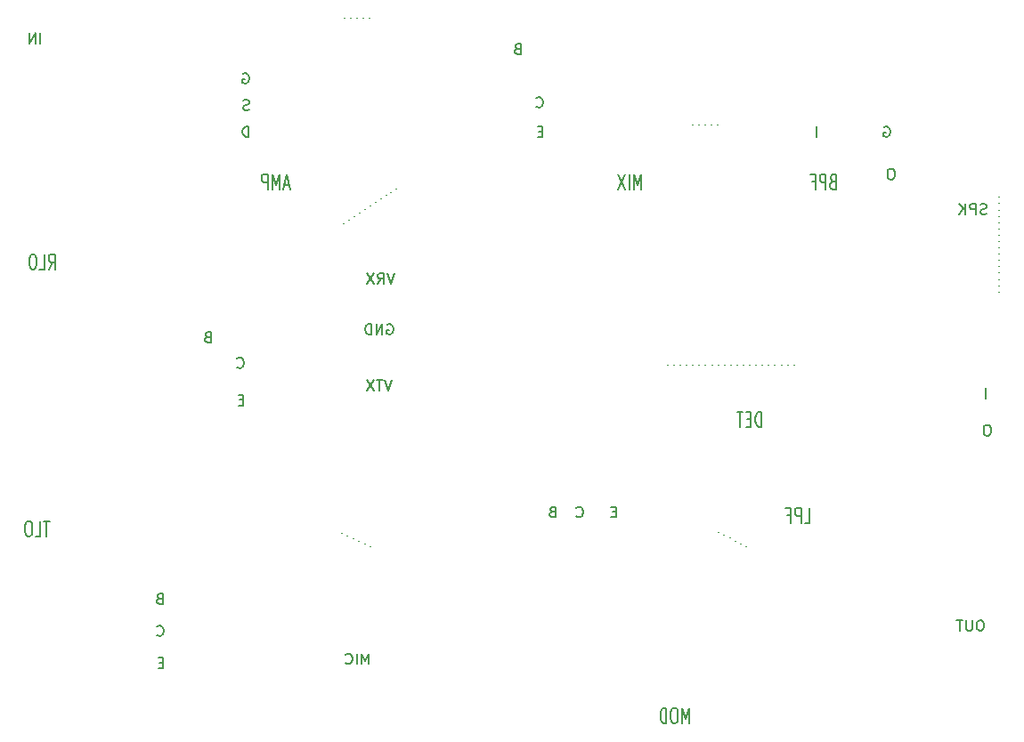
<source format=gbr>
%TF.GenerationSoftware,KiCad,Pcbnew,7.0.2-0*%
%TF.CreationDate,2024-07-29T15:30:35+09:00*%
%TF.ProjectId,am-pcb4,616d2d70-6362-4342-9e6b-696361645f70,rev?*%
%TF.SameCoordinates,Original*%
%TF.FileFunction,Legend,Bot*%
%TF.FilePolarity,Positive*%
%FSLAX46Y46*%
G04 Gerber Fmt 4.6, Leading zero omitted, Abs format (unit mm)*
G04 Created by KiCad (PCBNEW 7.0.2-0) date 2024-07-29 15:30:35*
%MOMM*%
%LPD*%
G01*
G04 APERTURE LIST*
%ADD10C,0.150000*%
G04 APERTURE END LIST*
D10*
X271780000Y-72898000D02*
X271780000Y-72898000D01*
X271780000Y-73498000D02*
X271780000Y-73498000D01*
X271780000Y-74098000D02*
X271780000Y-74098000D01*
X271780000Y-74698000D02*
X271780000Y-74698000D01*
X271780000Y-75298000D02*
X271780000Y-75298000D01*
X271780000Y-75898000D02*
X271780000Y-75898000D01*
X271780000Y-76498000D02*
X271780000Y-76498000D01*
X271780000Y-77098000D02*
X271780000Y-77098000D01*
X271780000Y-77698000D02*
X271780000Y-77698000D01*
X271780000Y-78298000D02*
X271780000Y-78298000D01*
X271780000Y-78898000D02*
X271780000Y-78898000D01*
X271780000Y-79498000D02*
X271780000Y-79498000D01*
X271780000Y-80098000D02*
X271780000Y-80098000D01*
X271780000Y-80698000D02*
X271780000Y-80698000D01*
X271780000Y-81298000D02*
X271780000Y-81298000D01*
X271780000Y-81898000D02*
X271780000Y-81898000D01*
X245110000Y-104775000D02*
X245110000Y-104775000D01*
X245641499Y-105053404D02*
X245641499Y-105053404D01*
X246172998Y-105331808D02*
X246172998Y-105331808D01*
X246704497Y-105610213D02*
X246704497Y-105610213D01*
X247235996Y-105888617D02*
X247235996Y-105888617D01*
X247767495Y-106167021D02*
X247767495Y-106167021D01*
X209486500Y-75374500D02*
X209486500Y-75374500D01*
X209987603Y-75044506D02*
X209987603Y-75044506D01*
X210488705Y-74714511D02*
X210488705Y-74714511D01*
X210989808Y-74384517D02*
X210989808Y-74384517D01*
X211490910Y-74054523D02*
X211490910Y-74054523D01*
X211992013Y-73724528D02*
X211992013Y-73724528D01*
X212493115Y-73394534D02*
X212493115Y-73394534D01*
X212994218Y-73064540D02*
X212994218Y-73064540D01*
X213495320Y-72734545D02*
X213495320Y-72734545D01*
X213996423Y-72404551D02*
X213996423Y-72404551D01*
X214497525Y-72074557D02*
X214497525Y-72074557D01*
X209296000Y-104902000D02*
X209296000Y-104902000D01*
X209842220Y-105150282D02*
X209842220Y-105150282D01*
X210388440Y-105398564D02*
X210388440Y-105398564D01*
X210934660Y-105646845D02*
X210934660Y-105646845D01*
X211480880Y-105895127D02*
X211480880Y-105895127D01*
X212027099Y-106143409D02*
X212027099Y-106143409D01*
X209550000Y-55880000D02*
X209550000Y-55880000D01*
X210150000Y-55880000D02*
X210150000Y-55880000D01*
X210750000Y-55880000D02*
X210750000Y-55880000D01*
X211350000Y-55880000D02*
X211350000Y-55880000D01*
X211950000Y-55880000D02*
X211950000Y-55880000D01*
X242633500Y-66040000D02*
X242633500Y-66040000D01*
X243233500Y-66040000D02*
X243233500Y-66040000D01*
X243833500Y-66040000D02*
X243833500Y-66040000D01*
X244433500Y-66040000D02*
X244433500Y-66040000D01*
X245033500Y-66040000D02*
X245033500Y-66040000D01*
X240284000Y-88900000D02*
X240284000Y-88900000D01*
X240884000Y-88900000D02*
X240884000Y-88900000D01*
X241484000Y-88900000D02*
X241484000Y-88900000D01*
X242084000Y-88900000D02*
X242084000Y-88900000D01*
X242684000Y-88900000D02*
X242684000Y-88900000D01*
X243284000Y-88900000D02*
X243284000Y-88900000D01*
X243884000Y-88900000D02*
X243884000Y-88900000D01*
X244484000Y-88900000D02*
X244484000Y-88900000D01*
X245084000Y-88900000D02*
X245084000Y-88900000D01*
X245684000Y-88900000D02*
X245684000Y-88900000D01*
X246284000Y-88900000D02*
X246284000Y-88900000D01*
X246884000Y-88900000D02*
X246884000Y-88900000D01*
X247484000Y-88900000D02*
X247484000Y-88900000D01*
X248084000Y-88900000D02*
X248084000Y-88900000D01*
X248684000Y-88900000D02*
X248684000Y-88900000D01*
X249284000Y-88900000D02*
X249284000Y-88900000D01*
X249884000Y-88900000D02*
X249884000Y-88900000D01*
X250484000Y-88900000D02*
X250484000Y-88900000D01*
X251084000Y-88900000D02*
X251084000Y-88900000D01*
X251684000Y-88900000D02*
X251684000Y-88900000D01*
X252284000Y-88900000D02*
X252284000Y-88900000D01*
X213614095Y-85031238D02*
X213709333Y-84983619D01*
X213709333Y-84983619D02*
X213852190Y-84983619D01*
X213852190Y-84983619D02*
X213995047Y-85031238D01*
X213995047Y-85031238D02*
X214090285Y-85126476D01*
X214090285Y-85126476D02*
X214137904Y-85221714D01*
X214137904Y-85221714D02*
X214185523Y-85412190D01*
X214185523Y-85412190D02*
X214185523Y-85555047D01*
X214185523Y-85555047D02*
X214137904Y-85745523D01*
X214137904Y-85745523D02*
X214090285Y-85840761D01*
X214090285Y-85840761D02*
X213995047Y-85936000D01*
X213995047Y-85936000D02*
X213852190Y-85983619D01*
X213852190Y-85983619D02*
X213756952Y-85983619D01*
X213756952Y-85983619D02*
X213614095Y-85936000D01*
X213614095Y-85936000D02*
X213566476Y-85888380D01*
X213566476Y-85888380D02*
X213566476Y-85555047D01*
X213566476Y-85555047D02*
X213756952Y-85555047D01*
X213137904Y-85983619D02*
X213137904Y-84983619D01*
X213137904Y-84983619D02*
X212566476Y-85983619D01*
X212566476Y-85983619D02*
X212566476Y-84983619D01*
X212090285Y-85983619D02*
X212090285Y-84983619D01*
X212090285Y-84983619D02*
X211852190Y-84983619D01*
X211852190Y-84983619D02*
X211709333Y-85031238D01*
X211709333Y-85031238D02*
X211614095Y-85126476D01*
X211614095Y-85126476D02*
X211566476Y-85221714D01*
X211566476Y-85221714D02*
X211518857Y-85412190D01*
X211518857Y-85412190D02*
X211518857Y-85555047D01*
X211518857Y-85555047D02*
X211566476Y-85745523D01*
X211566476Y-85745523D02*
X211614095Y-85840761D01*
X211614095Y-85840761D02*
X211709333Y-85936000D01*
X211709333Y-85936000D02*
X211852190Y-85983619D01*
X211852190Y-85983619D02*
X212090285Y-85983619D01*
X200421904Y-67187619D02*
X200421904Y-66187619D01*
X200421904Y-66187619D02*
X200183809Y-66187619D01*
X200183809Y-66187619D02*
X200040952Y-66235238D01*
X200040952Y-66235238D02*
X199945714Y-66330476D01*
X199945714Y-66330476D02*
X199898095Y-66425714D01*
X199898095Y-66425714D02*
X199850476Y-66616190D01*
X199850476Y-66616190D02*
X199850476Y-66759047D01*
X199850476Y-66759047D02*
X199898095Y-66949523D01*
X199898095Y-66949523D02*
X199945714Y-67044761D01*
X199945714Y-67044761D02*
X200040952Y-67140000D01*
X200040952Y-67140000D02*
X200183809Y-67187619D01*
X200183809Y-67187619D02*
X200421904Y-67187619D01*
X249189904Y-94812428D02*
X249189904Y-93312428D01*
X249189904Y-93312428D02*
X248951809Y-93312428D01*
X248951809Y-93312428D02*
X248808952Y-93383857D01*
X248808952Y-93383857D02*
X248713714Y-93526714D01*
X248713714Y-93526714D02*
X248666095Y-93669571D01*
X248666095Y-93669571D02*
X248618476Y-93955285D01*
X248618476Y-93955285D02*
X248618476Y-94169571D01*
X248618476Y-94169571D02*
X248666095Y-94455285D01*
X248666095Y-94455285D02*
X248713714Y-94598142D01*
X248713714Y-94598142D02*
X248808952Y-94741000D01*
X248808952Y-94741000D02*
X248951809Y-94812428D01*
X248951809Y-94812428D02*
X249189904Y-94812428D01*
X248189904Y-94026714D02*
X247856571Y-94026714D01*
X247713714Y-94812428D02*
X248189904Y-94812428D01*
X248189904Y-94812428D02*
X248189904Y-93312428D01*
X248189904Y-93312428D02*
X247713714Y-93312428D01*
X247427999Y-93312428D02*
X246856571Y-93312428D01*
X247142285Y-94812428D02*
X247142285Y-93312428D01*
X181435476Y-79826428D02*
X181768809Y-79112142D01*
X182006904Y-79826428D02*
X182006904Y-78326428D01*
X182006904Y-78326428D02*
X181625952Y-78326428D01*
X181625952Y-78326428D02*
X181530714Y-78397857D01*
X181530714Y-78397857D02*
X181483095Y-78469285D01*
X181483095Y-78469285D02*
X181435476Y-78612142D01*
X181435476Y-78612142D02*
X181435476Y-78826428D01*
X181435476Y-78826428D02*
X181483095Y-78969285D01*
X181483095Y-78969285D02*
X181530714Y-79040714D01*
X181530714Y-79040714D02*
X181625952Y-79112142D01*
X181625952Y-79112142D02*
X182006904Y-79112142D01*
X180530714Y-79826428D02*
X181006904Y-79826428D01*
X181006904Y-79826428D02*
X181006904Y-78326428D01*
X180006904Y-78326428D02*
X179816428Y-78326428D01*
X179816428Y-78326428D02*
X179721190Y-78397857D01*
X179721190Y-78397857D02*
X179625952Y-78540714D01*
X179625952Y-78540714D02*
X179578333Y-78826428D01*
X179578333Y-78826428D02*
X179578333Y-79326428D01*
X179578333Y-79326428D02*
X179625952Y-79612142D01*
X179625952Y-79612142D02*
X179721190Y-79755000D01*
X179721190Y-79755000D02*
X179816428Y-79826428D01*
X179816428Y-79826428D02*
X180006904Y-79826428D01*
X180006904Y-79826428D02*
X180102142Y-79755000D01*
X180102142Y-79755000D02*
X180197380Y-79612142D01*
X180197380Y-79612142D02*
X180244999Y-79326428D01*
X180244999Y-79326428D02*
X180244999Y-78826428D01*
X180244999Y-78826428D02*
X180197380Y-78540714D01*
X180197380Y-78540714D02*
X180102142Y-78397857D01*
X180102142Y-78397857D02*
X180006904Y-78326428D01*
X191960571Y-111113809D02*
X191817714Y-111161428D01*
X191817714Y-111161428D02*
X191770095Y-111209047D01*
X191770095Y-111209047D02*
X191722476Y-111304285D01*
X191722476Y-111304285D02*
X191722476Y-111447142D01*
X191722476Y-111447142D02*
X191770095Y-111542380D01*
X191770095Y-111542380D02*
X191817714Y-111590000D01*
X191817714Y-111590000D02*
X191912952Y-111637619D01*
X191912952Y-111637619D02*
X192293904Y-111637619D01*
X192293904Y-111637619D02*
X192293904Y-110637619D01*
X192293904Y-110637619D02*
X191960571Y-110637619D01*
X191960571Y-110637619D02*
X191865333Y-110685238D01*
X191865333Y-110685238D02*
X191817714Y-110732857D01*
X191817714Y-110732857D02*
X191770095Y-110828095D01*
X191770095Y-110828095D02*
X191770095Y-110923333D01*
X191770095Y-110923333D02*
X191817714Y-111018571D01*
X191817714Y-111018571D02*
X191865333Y-111066190D01*
X191865333Y-111066190D02*
X191960571Y-111113809D01*
X191960571Y-111113809D02*
X192293904Y-111113809D01*
X204279523Y-71777857D02*
X203803333Y-71777857D01*
X204374761Y-72206428D02*
X204041428Y-70706428D01*
X204041428Y-70706428D02*
X203708095Y-72206428D01*
X203374761Y-72206428D02*
X203374761Y-70706428D01*
X203374761Y-70706428D02*
X203041428Y-71777857D01*
X203041428Y-71777857D02*
X202708095Y-70706428D01*
X202708095Y-70706428D02*
X202708095Y-72206428D01*
X202231904Y-72206428D02*
X202231904Y-70706428D01*
X202231904Y-70706428D02*
X201850952Y-70706428D01*
X201850952Y-70706428D02*
X201755714Y-70777857D01*
X201755714Y-70777857D02*
X201708095Y-70849285D01*
X201708095Y-70849285D02*
X201660476Y-70992142D01*
X201660476Y-70992142D02*
X201660476Y-71206428D01*
X201660476Y-71206428D02*
X201708095Y-71349285D01*
X201708095Y-71349285D02*
X201755714Y-71420714D01*
X201755714Y-71420714D02*
X201850952Y-71492142D01*
X201850952Y-71492142D02*
X202231904Y-71492142D01*
X214026761Y-90317619D02*
X213693428Y-91317619D01*
X213693428Y-91317619D02*
X213360095Y-90317619D01*
X213169618Y-90317619D02*
X212598190Y-90317619D01*
X212883904Y-91317619D02*
X212883904Y-90317619D01*
X212360094Y-90317619D02*
X211693428Y-91317619D01*
X211693428Y-90317619D02*
X212360094Y-91317619D01*
X229298571Y-102858809D02*
X229155714Y-102906428D01*
X229155714Y-102906428D02*
X229108095Y-102954047D01*
X229108095Y-102954047D02*
X229060476Y-103049285D01*
X229060476Y-103049285D02*
X229060476Y-103192142D01*
X229060476Y-103192142D02*
X229108095Y-103287380D01*
X229108095Y-103287380D02*
X229155714Y-103335000D01*
X229155714Y-103335000D02*
X229250952Y-103382619D01*
X229250952Y-103382619D02*
X229631904Y-103382619D01*
X229631904Y-103382619D02*
X229631904Y-102382619D01*
X229631904Y-102382619D02*
X229298571Y-102382619D01*
X229298571Y-102382619D02*
X229203333Y-102430238D01*
X229203333Y-102430238D02*
X229155714Y-102477857D01*
X229155714Y-102477857D02*
X229108095Y-102573095D01*
X229108095Y-102573095D02*
X229108095Y-102668333D01*
X229108095Y-102668333D02*
X229155714Y-102763571D01*
X229155714Y-102763571D02*
X229203333Y-102811190D01*
X229203333Y-102811190D02*
X229298571Y-102858809D01*
X229298571Y-102858809D02*
X229631904Y-102858809D01*
X214280761Y-80157619D02*
X213947428Y-81157619D01*
X213947428Y-81157619D02*
X213614095Y-80157619D01*
X212709333Y-81157619D02*
X213042666Y-80681428D01*
X213280761Y-81157619D02*
X213280761Y-80157619D01*
X213280761Y-80157619D02*
X212899809Y-80157619D01*
X212899809Y-80157619D02*
X212804571Y-80205238D01*
X212804571Y-80205238D02*
X212756952Y-80252857D01*
X212756952Y-80252857D02*
X212709333Y-80348095D01*
X212709333Y-80348095D02*
X212709333Y-80490952D01*
X212709333Y-80490952D02*
X212756952Y-80586190D01*
X212756952Y-80586190D02*
X212804571Y-80633809D01*
X212804571Y-80633809D02*
X212899809Y-80681428D01*
X212899809Y-80681428D02*
X213280761Y-80681428D01*
X212375999Y-80157619D02*
X211709333Y-81157619D01*
X211709333Y-80157619D02*
X212375999Y-81157619D01*
X181514761Y-103726428D02*
X180943333Y-103726428D01*
X181229047Y-105226428D02*
X181229047Y-103726428D01*
X180133809Y-105226428D02*
X180609999Y-105226428D01*
X180609999Y-105226428D02*
X180609999Y-103726428D01*
X179609999Y-103726428D02*
X179419523Y-103726428D01*
X179419523Y-103726428D02*
X179324285Y-103797857D01*
X179324285Y-103797857D02*
X179229047Y-103940714D01*
X179229047Y-103940714D02*
X179181428Y-104226428D01*
X179181428Y-104226428D02*
X179181428Y-104726428D01*
X179181428Y-104726428D02*
X179229047Y-105012142D01*
X179229047Y-105012142D02*
X179324285Y-105155000D01*
X179324285Y-105155000D02*
X179419523Y-105226428D01*
X179419523Y-105226428D02*
X179609999Y-105226428D01*
X179609999Y-105226428D02*
X179705237Y-105155000D01*
X179705237Y-105155000D02*
X179800475Y-105012142D01*
X179800475Y-105012142D02*
X179848094Y-104726428D01*
X179848094Y-104726428D02*
X179848094Y-104226428D01*
X179848094Y-104226428D02*
X179800475Y-103940714D01*
X179800475Y-103940714D02*
X179705237Y-103797857D01*
X179705237Y-103797857D02*
X179609999Y-103726428D01*
X270557571Y-95600380D02*
X270748047Y-95600380D01*
X270748047Y-95600380D02*
X270843285Y-95552761D01*
X270843285Y-95552761D02*
X270938523Y-95457523D01*
X270938523Y-95457523D02*
X270986142Y-95267047D01*
X270986142Y-95267047D02*
X270986142Y-94933714D01*
X270986142Y-94933714D02*
X270938523Y-94743238D01*
X270938523Y-94743238D02*
X270843285Y-94648000D01*
X270843285Y-94648000D02*
X270748047Y-94600380D01*
X270748047Y-94600380D02*
X270557571Y-94600380D01*
X270557571Y-94600380D02*
X270462333Y-94648000D01*
X270462333Y-94648000D02*
X270367095Y-94743238D01*
X270367095Y-94743238D02*
X270319476Y-94933714D01*
X270319476Y-94933714D02*
X270319476Y-95267047D01*
X270319476Y-95267047D02*
X270367095Y-95457523D01*
X270367095Y-95457523D02*
X270462333Y-95552761D01*
X270462333Y-95552761D02*
X270557571Y-95600380D01*
X254396904Y-67187619D02*
X254396904Y-66187619D01*
X242331904Y-123006428D02*
X242331904Y-121506428D01*
X242331904Y-121506428D02*
X241998571Y-122577857D01*
X241998571Y-122577857D02*
X241665238Y-121506428D01*
X241665238Y-121506428D02*
X241665238Y-123006428D01*
X240998571Y-121506428D02*
X240808095Y-121506428D01*
X240808095Y-121506428D02*
X240712857Y-121577857D01*
X240712857Y-121577857D02*
X240617619Y-121720714D01*
X240617619Y-121720714D02*
X240570000Y-122006428D01*
X240570000Y-122006428D02*
X240570000Y-122506428D01*
X240570000Y-122506428D02*
X240617619Y-122792142D01*
X240617619Y-122792142D02*
X240712857Y-122935000D01*
X240712857Y-122935000D02*
X240808095Y-123006428D01*
X240808095Y-123006428D02*
X240998571Y-123006428D01*
X240998571Y-123006428D02*
X241093809Y-122935000D01*
X241093809Y-122935000D02*
X241189047Y-122792142D01*
X241189047Y-122792142D02*
X241236666Y-122506428D01*
X241236666Y-122506428D02*
X241236666Y-122006428D01*
X241236666Y-122006428D02*
X241189047Y-121720714D01*
X241189047Y-121720714D02*
X241093809Y-121577857D01*
X241093809Y-121577857D02*
X240998571Y-121506428D01*
X240141428Y-123006428D02*
X240141428Y-121506428D01*
X240141428Y-121506428D02*
X239903333Y-121506428D01*
X239903333Y-121506428D02*
X239760476Y-121577857D01*
X239760476Y-121577857D02*
X239665238Y-121720714D01*
X239665238Y-121720714D02*
X239617619Y-121863571D01*
X239617619Y-121863571D02*
X239570000Y-122149285D01*
X239570000Y-122149285D02*
X239570000Y-122363571D01*
X239570000Y-122363571D02*
X239617619Y-122649285D01*
X239617619Y-122649285D02*
X239665238Y-122792142D01*
X239665238Y-122792142D02*
X239760476Y-122935000D01*
X239760476Y-122935000D02*
X239903333Y-123006428D01*
X239903333Y-123006428D02*
X240141428Y-123006428D01*
X253285714Y-103956428D02*
X253761904Y-103956428D01*
X253761904Y-103956428D02*
X253761904Y-102456428D01*
X252952380Y-103956428D02*
X252952380Y-102456428D01*
X252952380Y-102456428D02*
X252571428Y-102456428D01*
X252571428Y-102456428D02*
X252476190Y-102527857D01*
X252476190Y-102527857D02*
X252428571Y-102599285D01*
X252428571Y-102599285D02*
X252380952Y-102742142D01*
X252380952Y-102742142D02*
X252380952Y-102956428D01*
X252380952Y-102956428D02*
X252428571Y-103099285D01*
X252428571Y-103099285D02*
X252476190Y-103170714D01*
X252476190Y-103170714D02*
X252571428Y-103242142D01*
X252571428Y-103242142D02*
X252952380Y-103242142D01*
X251619047Y-103170714D02*
X251952380Y-103170714D01*
X251952380Y-103956428D02*
X251952380Y-102456428D01*
X251952380Y-102456428D02*
X251476190Y-102456428D01*
X191722476Y-114590380D02*
X191770095Y-114638000D01*
X191770095Y-114638000D02*
X191912952Y-114685619D01*
X191912952Y-114685619D02*
X192008190Y-114685619D01*
X192008190Y-114685619D02*
X192151047Y-114638000D01*
X192151047Y-114638000D02*
X192246285Y-114542761D01*
X192246285Y-114542761D02*
X192293904Y-114447523D01*
X192293904Y-114447523D02*
X192341523Y-114257047D01*
X192341523Y-114257047D02*
X192341523Y-114114190D01*
X192341523Y-114114190D02*
X192293904Y-113923714D01*
X192293904Y-113923714D02*
X192246285Y-113828476D01*
X192246285Y-113828476D02*
X192151047Y-113733238D01*
X192151047Y-113733238D02*
X192008190Y-113685619D01*
X192008190Y-113685619D02*
X191912952Y-113685619D01*
X191912952Y-113685619D02*
X191770095Y-113733238D01*
X191770095Y-113733238D02*
X191722476Y-113780857D01*
X255968571Y-71420714D02*
X255825714Y-71492142D01*
X255825714Y-71492142D02*
X255778095Y-71563571D01*
X255778095Y-71563571D02*
X255730476Y-71706428D01*
X255730476Y-71706428D02*
X255730476Y-71920714D01*
X255730476Y-71920714D02*
X255778095Y-72063571D01*
X255778095Y-72063571D02*
X255825714Y-72135000D01*
X255825714Y-72135000D02*
X255920952Y-72206428D01*
X255920952Y-72206428D02*
X256301904Y-72206428D01*
X256301904Y-72206428D02*
X256301904Y-70706428D01*
X256301904Y-70706428D02*
X255968571Y-70706428D01*
X255968571Y-70706428D02*
X255873333Y-70777857D01*
X255873333Y-70777857D02*
X255825714Y-70849285D01*
X255825714Y-70849285D02*
X255778095Y-70992142D01*
X255778095Y-70992142D02*
X255778095Y-71135000D01*
X255778095Y-71135000D02*
X255825714Y-71277857D01*
X255825714Y-71277857D02*
X255873333Y-71349285D01*
X255873333Y-71349285D02*
X255968571Y-71420714D01*
X255968571Y-71420714D02*
X256301904Y-71420714D01*
X255301904Y-72206428D02*
X255301904Y-70706428D01*
X255301904Y-70706428D02*
X254920952Y-70706428D01*
X254920952Y-70706428D02*
X254825714Y-70777857D01*
X254825714Y-70777857D02*
X254778095Y-70849285D01*
X254778095Y-70849285D02*
X254730476Y-70992142D01*
X254730476Y-70992142D02*
X254730476Y-71206428D01*
X254730476Y-71206428D02*
X254778095Y-71349285D01*
X254778095Y-71349285D02*
X254825714Y-71420714D01*
X254825714Y-71420714D02*
X254920952Y-71492142D01*
X254920952Y-71492142D02*
X255301904Y-71492142D01*
X253968571Y-71420714D02*
X254301904Y-71420714D01*
X254301904Y-72206428D02*
X254301904Y-70706428D01*
X254301904Y-70706428D02*
X253825714Y-70706428D01*
X270573523Y-74506000D02*
X270430666Y-74553619D01*
X270430666Y-74553619D02*
X270192571Y-74553619D01*
X270192571Y-74553619D02*
X270097333Y-74506000D01*
X270097333Y-74506000D02*
X270049714Y-74458380D01*
X270049714Y-74458380D02*
X270002095Y-74363142D01*
X270002095Y-74363142D02*
X270002095Y-74267904D01*
X270002095Y-74267904D02*
X270049714Y-74172666D01*
X270049714Y-74172666D02*
X270097333Y-74125047D01*
X270097333Y-74125047D02*
X270192571Y-74077428D01*
X270192571Y-74077428D02*
X270383047Y-74029809D01*
X270383047Y-74029809D02*
X270478285Y-73982190D01*
X270478285Y-73982190D02*
X270525904Y-73934571D01*
X270525904Y-73934571D02*
X270573523Y-73839333D01*
X270573523Y-73839333D02*
X270573523Y-73744095D01*
X270573523Y-73744095D02*
X270525904Y-73648857D01*
X270525904Y-73648857D02*
X270478285Y-73601238D01*
X270478285Y-73601238D02*
X270383047Y-73553619D01*
X270383047Y-73553619D02*
X270144952Y-73553619D01*
X270144952Y-73553619D02*
X270002095Y-73601238D01*
X269573523Y-74553619D02*
X269573523Y-73553619D01*
X269573523Y-73553619D02*
X269192571Y-73553619D01*
X269192571Y-73553619D02*
X269097333Y-73601238D01*
X269097333Y-73601238D02*
X269049714Y-73648857D01*
X269049714Y-73648857D02*
X269002095Y-73744095D01*
X269002095Y-73744095D02*
X269002095Y-73886952D01*
X269002095Y-73886952D02*
X269049714Y-73982190D01*
X269049714Y-73982190D02*
X269097333Y-74029809D01*
X269097333Y-74029809D02*
X269192571Y-74077428D01*
X269192571Y-74077428D02*
X269573523Y-74077428D01*
X268573523Y-74553619D02*
X268573523Y-73553619D01*
X268002095Y-74553619D02*
X268430666Y-73982190D01*
X268002095Y-73553619D02*
X268573523Y-74125047D01*
X199342476Y-89078097D02*
X199390095Y-89125717D01*
X199390095Y-89125717D02*
X199532952Y-89173336D01*
X199532952Y-89173336D02*
X199628190Y-89173336D01*
X199628190Y-89173336D02*
X199771047Y-89125717D01*
X199771047Y-89125717D02*
X199866285Y-89030478D01*
X199866285Y-89030478D02*
X199913904Y-88935240D01*
X199913904Y-88935240D02*
X199961523Y-88744764D01*
X199961523Y-88744764D02*
X199961523Y-88601907D01*
X199961523Y-88601907D02*
X199913904Y-88411431D01*
X199913904Y-88411431D02*
X199866285Y-88316193D01*
X199866285Y-88316193D02*
X199771047Y-88220955D01*
X199771047Y-88220955D02*
X199628190Y-88173336D01*
X199628190Y-88173336D02*
X199532952Y-88173336D01*
X199532952Y-88173336D02*
X199390095Y-88220955D01*
X199390095Y-88220955D02*
X199342476Y-88268574D01*
X180609904Y-58297619D02*
X180609904Y-57297619D01*
X180133714Y-58297619D02*
X180133714Y-57297619D01*
X180133714Y-57297619D02*
X179562286Y-58297619D01*
X179562286Y-58297619D02*
X179562286Y-57297619D01*
X211851904Y-117352619D02*
X211851904Y-116352619D01*
X211851904Y-116352619D02*
X211518571Y-117066904D01*
X211518571Y-117066904D02*
X211185238Y-116352619D01*
X211185238Y-116352619D02*
X211185238Y-117352619D01*
X210709047Y-117352619D02*
X210709047Y-116352619D01*
X209661429Y-117257380D02*
X209709048Y-117305000D01*
X209709048Y-117305000D02*
X209851905Y-117352619D01*
X209851905Y-117352619D02*
X209947143Y-117352619D01*
X209947143Y-117352619D02*
X210090000Y-117305000D01*
X210090000Y-117305000D02*
X210185238Y-117209761D01*
X210185238Y-117209761D02*
X210232857Y-117114523D01*
X210232857Y-117114523D02*
X210280476Y-116924047D01*
X210280476Y-116924047D02*
X210280476Y-116781190D01*
X210280476Y-116781190D02*
X210232857Y-116590714D01*
X210232857Y-116590714D02*
X210185238Y-116495476D01*
X210185238Y-116495476D02*
X210090000Y-116400238D01*
X210090000Y-116400238D02*
X209947143Y-116352619D01*
X209947143Y-116352619D02*
X209851905Y-116352619D01*
X209851905Y-116352619D02*
X209709048Y-116400238D01*
X209709048Y-116400238D02*
X209661429Y-116447857D01*
X225996571Y-58789809D02*
X225853714Y-58837428D01*
X225853714Y-58837428D02*
X225806095Y-58885047D01*
X225806095Y-58885047D02*
X225758476Y-58980285D01*
X225758476Y-58980285D02*
X225758476Y-59123142D01*
X225758476Y-59123142D02*
X225806095Y-59218380D01*
X225806095Y-59218380D02*
X225853714Y-59266000D01*
X225853714Y-59266000D02*
X225948952Y-59313619D01*
X225948952Y-59313619D02*
X226329904Y-59313619D01*
X226329904Y-59313619D02*
X226329904Y-58313619D01*
X226329904Y-58313619D02*
X225996571Y-58313619D01*
X225996571Y-58313619D02*
X225901333Y-58361238D01*
X225901333Y-58361238D02*
X225853714Y-58408857D01*
X225853714Y-58408857D02*
X225806095Y-58504095D01*
X225806095Y-58504095D02*
X225806095Y-58599333D01*
X225806095Y-58599333D02*
X225853714Y-58694571D01*
X225853714Y-58694571D02*
X225901333Y-58742190D01*
X225901333Y-58742190D02*
X225996571Y-58789809D01*
X225996571Y-58789809D02*
X226329904Y-58789809D01*
X199913904Y-92205526D02*
X199580571Y-92205526D01*
X199437714Y-92729336D02*
X199913904Y-92729336D01*
X199913904Y-92729336D02*
X199913904Y-91729336D01*
X199913904Y-91729336D02*
X199437714Y-91729336D01*
X200469523Y-64600000D02*
X200326666Y-64647619D01*
X200326666Y-64647619D02*
X200088571Y-64647619D01*
X200088571Y-64647619D02*
X199993333Y-64600000D01*
X199993333Y-64600000D02*
X199945714Y-64552380D01*
X199945714Y-64552380D02*
X199898095Y-64457142D01*
X199898095Y-64457142D02*
X199898095Y-64361904D01*
X199898095Y-64361904D02*
X199945714Y-64266666D01*
X199945714Y-64266666D02*
X199993333Y-64219047D01*
X199993333Y-64219047D02*
X200088571Y-64171428D01*
X200088571Y-64171428D02*
X200279047Y-64123809D01*
X200279047Y-64123809D02*
X200374285Y-64076190D01*
X200374285Y-64076190D02*
X200421904Y-64028571D01*
X200421904Y-64028571D02*
X200469523Y-63933333D01*
X200469523Y-63933333D02*
X200469523Y-63838095D01*
X200469523Y-63838095D02*
X200421904Y-63742857D01*
X200421904Y-63742857D02*
X200374285Y-63695238D01*
X200374285Y-63695238D02*
X200279047Y-63647619D01*
X200279047Y-63647619D02*
X200040952Y-63647619D01*
X200040952Y-63647619D02*
X199898095Y-63695238D01*
X199898095Y-61155238D02*
X199993333Y-61107619D01*
X199993333Y-61107619D02*
X200136190Y-61107619D01*
X200136190Y-61107619D02*
X200279047Y-61155238D01*
X200279047Y-61155238D02*
X200374285Y-61250476D01*
X200374285Y-61250476D02*
X200421904Y-61345714D01*
X200421904Y-61345714D02*
X200469523Y-61536190D01*
X200469523Y-61536190D02*
X200469523Y-61679047D01*
X200469523Y-61679047D02*
X200421904Y-61869523D01*
X200421904Y-61869523D02*
X200374285Y-61964761D01*
X200374285Y-61964761D02*
X200279047Y-62060000D01*
X200279047Y-62060000D02*
X200136190Y-62107619D01*
X200136190Y-62107619D02*
X200040952Y-62107619D01*
X200040952Y-62107619D02*
X199898095Y-62060000D01*
X199898095Y-62060000D02*
X199850476Y-62012380D01*
X199850476Y-62012380D02*
X199850476Y-61679047D01*
X199850476Y-61679047D02*
X200040952Y-61679047D01*
X237759904Y-72206428D02*
X237759904Y-70706428D01*
X237759904Y-70706428D02*
X237426571Y-71777857D01*
X237426571Y-71777857D02*
X237093238Y-70706428D01*
X237093238Y-70706428D02*
X237093238Y-72206428D01*
X236617047Y-72206428D02*
X236617047Y-70706428D01*
X236236095Y-70706428D02*
X235569429Y-72206428D01*
X235569429Y-70706428D02*
X236236095Y-72206428D01*
X192293904Y-117209809D02*
X191960571Y-117209809D01*
X191817714Y-117733619D02*
X192293904Y-117733619D01*
X192293904Y-117733619D02*
X192293904Y-116733619D01*
X192293904Y-116733619D02*
X191817714Y-116733619D01*
X196532571Y-86221809D02*
X196389714Y-86269428D01*
X196389714Y-86269428D02*
X196342095Y-86317047D01*
X196342095Y-86317047D02*
X196294476Y-86412285D01*
X196294476Y-86412285D02*
X196294476Y-86555142D01*
X196294476Y-86555142D02*
X196342095Y-86650380D01*
X196342095Y-86650380D02*
X196389714Y-86698000D01*
X196389714Y-86698000D02*
X196484952Y-86745619D01*
X196484952Y-86745619D02*
X196865904Y-86745619D01*
X196865904Y-86745619D02*
X196865904Y-85745619D01*
X196865904Y-85745619D02*
X196532571Y-85745619D01*
X196532571Y-85745619D02*
X196437333Y-85793238D01*
X196437333Y-85793238D02*
X196389714Y-85840857D01*
X196389714Y-85840857D02*
X196342095Y-85936095D01*
X196342095Y-85936095D02*
X196342095Y-86031333D01*
X196342095Y-86031333D02*
X196389714Y-86126571D01*
X196389714Y-86126571D02*
X196437333Y-86174190D01*
X196437333Y-86174190D02*
X196532571Y-86221809D01*
X196532571Y-86221809D02*
X196865904Y-86221809D01*
X231600476Y-103287380D02*
X231648095Y-103335000D01*
X231648095Y-103335000D02*
X231790952Y-103382619D01*
X231790952Y-103382619D02*
X231886190Y-103382619D01*
X231886190Y-103382619D02*
X232029047Y-103335000D01*
X232029047Y-103335000D02*
X232124285Y-103239761D01*
X232124285Y-103239761D02*
X232171904Y-103144523D01*
X232171904Y-103144523D02*
X232219523Y-102954047D01*
X232219523Y-102954047D02*
X232219523Y-102811190D01*
X232219523Y-102811190D02*
X232171904Y-102620714D01*
X232171904Y-102620714D02*
X232124285Y-102525476D01*
X232124285Y-102525476D02*
X232029047Y-102430238D01*
X232029047Y-102430238D02*
X231886190Y-102382619D01*
X231886190Y-102382619D02*
X231790952Y-102382619D01*
X231790952Y-102382619D02*
X231648095Y-102430238D01*
X231648095Y-102430238D02*
X231600476Y-102477857D01*
X270504095Y-91044380D02*
X270504095Y-92044380D01*
X228361904Y-66663809D02*
X228028571Y-66663809D01*
X227885714Y-67187619D02*
X228361904Y-67187619D01*
X228361904Y-67187619D02*
X228361904Y-66187619D01*
X228361904Y-66187619D02*
X227885714Y-66187619D01*
X235346904Y-102858809D02*
X235013571Y-102858809D01*
X234870714Y-103382619D02*
X235346904Y-103382619D01*
X235346904Y-103382619D02*
X235346904Y-102382619D01*
X235346904Y-102382619D02*
X234870714Y-102382619D01*
X270081428Y-113177619D02*
X269890952Y-113177619D01*
X269890952Y-113177619D02*
X269795714Y-113225238D01*
X269795714Y-113225238D02*
X269700476Y-113320476D01*
X269700476Y-113320476D02*
X269652857Y-113510952D01*
X269652857Y-113510952D02*
X269652857Y-113844285D01*
X269652857Y-113844285D02*
X269700476Y-114034761D01*
X269700476Y-114034761D02*
X269795714Y-114130000D01*
X269795714Y-114130000D02*
X269890952Y-114177619D01*
X269890952Y-114177619D02*
X270081428Y-114177619D01*
X270081428Y-114177619D02*
X270176666Y-114130000D01*
X270176666Y-114130000D02*
X270271904Y-114034761D01*
X270271904Y-114034761D02*
X270319523Y-113844285D01*
X270319523Y-113844285D02*
X270319523Y-113510952D01*
X270319523Y-113510952D02*
X270271904Y-113320476D01*
X270271904Y-113320476D02*
X270176666Y-113225238D01*
X270176666Y-113225238D02*
X270081428Y-113177619D01*
X269224285Y-113177619D02*
X269224285Y-113987142D01*
X269224285Y-113987142D02*
X269176666Y-114082380D01*
X269176666Y-114082380D02*
X269129047Y-114130000D01*
X269129047Y-114130000D02*
X269033809Y-114177619D01*
X269033809Y-114177619D02*
X268843333Y-114177619D01*
X268843333Y-114177619D02*
X268748095Y-114130000D01*
X268748095Y-114130000D02*
X268700476Y-114082380D01*
X268700476Y-114082380D02*
X268652857Y-113987142D01*
X268652857Y-113987142D02*
X268652857Y-113177619D01*
X268319523Y-113177619D02*
X267748095Y-113177619D01*
X268033809Y-114177619D02*
X268033809Y-113177619D01*
X227790476Y-64298380D02*
X227838095Y-64346000D01*
X227838095Y-64346000D02*
X227980952Y-64393619D01*
X227980952Y-64393619D02*
X228076190Y-64393619D01*
X228076190Y-64393619D02*
X228219047Y-64346000D01*
X228219047Y-64346000D02*
X228314285Y-64250761D01*
X228314285Y-64250761D02*
X228361904Y-64155523D01*
X228361904Y-64155523D02*
X228409523Y-63965047D01*
X228409523Y-63965047D02*
X228409523Y-63822190D01*
X228409523Y-63822190D02*
X228361904Y-63631714D01*
X228361904Y-63631714D02*
X228314285Y-63536476D01*
X228314285Y-63536476D02*
X228219047Y-63441238D01*
X228219047Y-63441238D02*
X228076190Y-63393619D01*
X228076190Y-63393619D02*
X227980952Y-63393619D01*
X227980952Y-63393619D02*
X227838095Y-63441238D01*
X227838095Y-63441238D02*
X227790476Y-63488857D01*
%TO.C,U41*%
X260858095Y-66235238D02*
X260953333Y-66187619D01*
X260953333Y-66187619D02*
X261096190Y-66187619D01*
X261096190Y-66187619D02*
X261239047Y-66235238D01*
X261239047Y-66235238D02*
X261334285Y-66330476D01*
X261334285Y-66330476D02*
X261381904Y-66425714D01*
X261381904Y-66425714D02*
X261429523Y-66616190D01*
X261429523Y-66616190D02*
X261429523Y-66759047D01*
X261429523Y-66759047D02*
X261381904Y-66949523D01*
X261381904Y-66949523D02*
X261334285Y-67044761D01*
X261334285Y-67044761D02*
X261239047Y-67140000D01*
X261239047Y-67140000D02*
X261096190Y-67187619D01*
X261096190Y-67187619D02*
X261000952Y-67187619D01*
X261000952Y-67187619D02*
X260858095Y-67140000D01*
X260858095Y-67140000D02*
X260810476Y-67092380D01*
X260810476Y-67092380D02*
X260810476Y-66759047D01*
X260810476Y-66759047D02*
X261000952Y-66759047D01*
X261413571Y-71218180D02*
X261604047Y-71218180D01*
X261604047Y-71218180D02*
X261699285Y-71170561D01*
X261699285Y-71170561D02*
X261794523Y-71075323D01*
X261794523Y-71075323D02*
X261842142Y-70884847D01*
X261842142Y-70884847D02*
X261842142Y-70551514D01*
X261842142Y-70551514D02*
X261794523Y-70361038D01*
X261794523Y-70361038D02*
X261699285Y-70265800D01*
X261699285Y-70265800D02*
X261604047Y-70218180D01*
X261604047Y-70218180D02*
X261413571Y-70218180D01*
X261413571Y-70218180D02*
X261318333Y-70265800D01*
X261318333Y-70265800D02*
X261223095Y-70361038D01*
X261223095Y-70361038D02*
X261175476Y-70551514D01*
X261175476Y-70551514D02*
X261175476Y-70884847D01*
X261175476Y-70884847D02*
X261223095Y-71075323D01*
X261223095Y-71075323D02*
X261318333Y-71170561D01*
X261318333Y-71170561D02*
X261413571Y-71218180D01*
%TD*%
M02*

</source>
